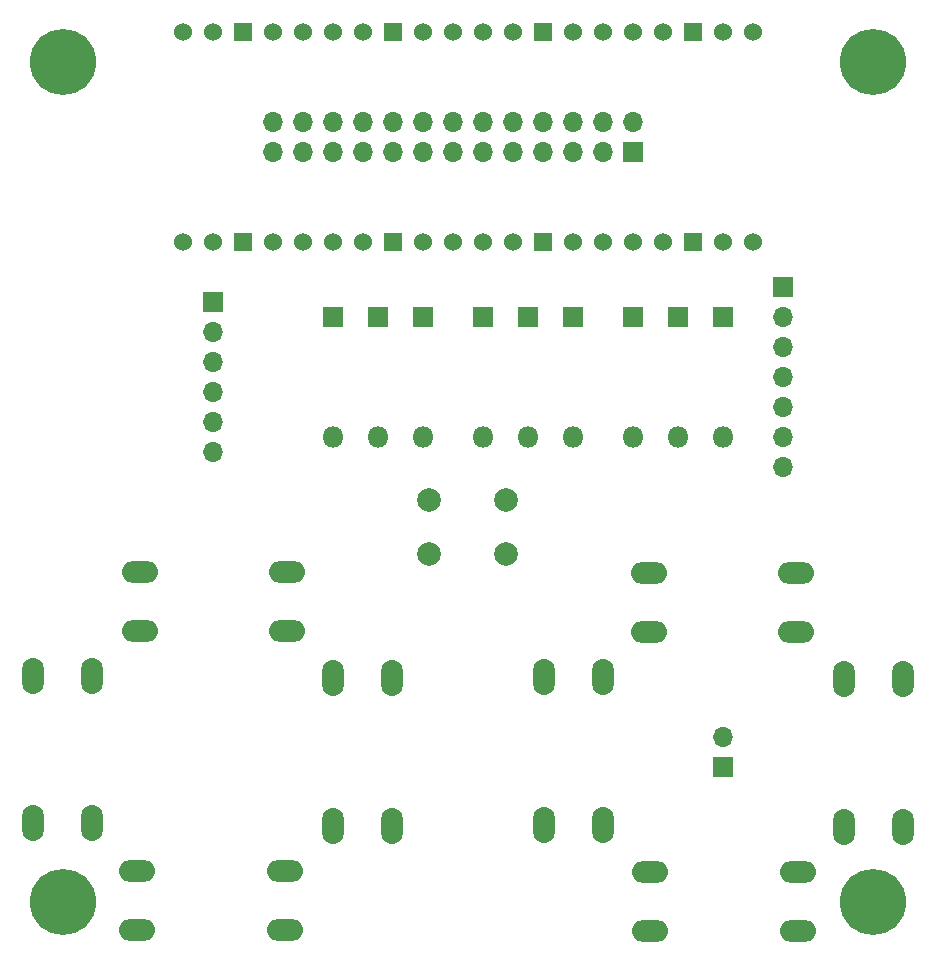
<source format=gbr>
%TF.GenerationSoftware,KiCad,Pcbnew,7.0.8*%
%TF.CreationDate,2023-10-15T22:57:13-07:00*%
%TF.ProjectId,HandheldInterface,48616e64-6865-46c6-9449-6e7465726661,rev?*%
%TF.SameCoordinates,Original*%
%TF.FileFunction,Soldermask,Bot*%
%TF.FilePolarity,Negative*%
%FSLAX46Y46*%
G04 Gerber Fmt 4.6, Leading zero omitted, Abs format (unit mm)*
G04 Created by KiCad (PCBNEW 7.0.8) date 2023-10-15 22:57:13*
%MOMM*%
%LPD*%
G01*
G04 APERTURE LIST*
%ADD10C,5.600000*%
%ADD11R,1.700000X1.700000*%
%ADD12O,1.700000X1.700000*%
%ADD13C,1.524000*%
%ADD14R,1.524000X1.524000*%
%ADD15O,1.850000X3.048000*%
%ADD16O,3.048000X1.850000*%
%ADD17C,2.000000*%
%ADD18R,1.800000X1.800000*%
%ADD19O,1.800000X1.800000*%
G04 APERTURE END LIST*
D10*
%TO.C,REF\u002A\u002A*%
X93980000Y-91440000D03*
%TD*%
%TO.C,REF\u002A\u002A*%
X25400000Y-91440000D03*
%TD*%
%TO.C,REF\u002A\u002A*%
X25400000Y-20320000D03*
%TD*%
%TO.C,REF\u002A\u002A*%
X93980000Y-20320000D03*
%TD*%
D11*
%TO.C,U3*%
X86360000Y-39370000D03*
D12*
X86360000Y-41910000D03*
X86360000Y-44450000D03*
X86360000Y-46990000D03*
X86360000Y-49530000D03*
X86360000Y-52070000D03*
X86360000Y-54610000D03*
%TD*%
%TO.C,U2*%
X38100000Y-53340000D03*
X38100000Y-50800000D03*
X38100000Y-48260000D03*
X38100000Y-45720000D03*
X38100000Y-43180000D03*
D11*
X38100000Y-40640000D03*
%TD*%
D13*
%TO.C,U1*%
X35560000Y-17780000D03*
X38100000Y-17780000D03*
D14*
X40640000Y-17780000D03*
D13*
X43180000Y-17780000D03*
X45720000Y-17780000D03*
X48260000Y-17780000D03*
X50800000Y-17780000D03*
D14*
X53340000Y-17780000D03*
D13*
X55880000Y-17780000D03*
X58420000Y-17780000D03*
X60960000Y-17780000D03*
X63500000Y-17780000D03*
D14*
X66040000Y-17780000D03*
D13*
X68580000Y-17780000D03*
X71120000Y-17780000D03*
X73660000Y-17780000D03*
X76200000Y-17780000D03*
D14*
X78740000Y-17780000D03*
D13*
X81280000Y-17780000D03*
X83820000Y-17780000D03*
X83820000Y-35560000D03*
X81280000Y-35560000D03*
D14*
X78740000Y-35560000D03*
D13*
X76200000Y-35560000D03*
X73660000Y-35560000D03*
X71120000Y-35560000D03*
X68580000Y-35560000D03*
D14*
X66040000Y-35560000D03*
D13*
X63500000Y-35560000D03*
X60960000Y-35560000D03*
X58420000Y-35560000D03*
X55880000Y-35560000D03*
D14*
X53340000Y-35560000D03*
D13*
X48260000Y-35560000D03*
X50800000Y-35560000D03*
X45720000Y-35560000D03*
X43180000Y-35560000D03*
D14*
X40640000Y-35560000D03*
D13*
X38100000Y-35560000D03*
X35560000Y-35560000D03*
%TD*%
D15*
%TO.C,SW9*%
X27900000Y-72280000D03*
X27900000Y-84780000D03*
X22900000Y-72280000D03*
X22900000Y-84780000D03*
%TD*%
D16*
%TO.C,SW8*%
X44410000Y-68470000D03*
X31910000Y-68470000D03*
X44410000Y-63470000D03*
X31910000Y-63470000D03*
%TD*%
%TO.C,SW7*%
X31710000Y-88790000D03*
X44210000Y-88790000D03*
X31710000Y-93790000D03*
X44210000Y-93790000D03*
%TD*%
D15*
%TO.C,SW6*%
X48300000Y-84980000D03*
X48300000Y-72480000D03*
X53300000Y-84980000D03*
X53300000Y-72480000D03*
%TD*%
D16*
%TO.C,SW5*%
X87520000Y-68540000D03*
X75020000Y-68540000D03*
X87520000Y-63540000D03*
X75020000Y-63540000D03*
%TD*%
D15*
%TO.C,SW4*%
X91520000Y-85090000D03*
X91520000Y-72590000D03*
X96520000Y-85090000D03*
X96520000Y-72590000D03*
%TD*%
D17*
%TO.C,SW3*%
X62940000Y-57440000D03*
X56440000Y-57440000D03*
X62940000Y-61940000D03*
X56440000Y-61940000D03*
%TD*%
D15*
%TO.C,SW2*%
X71120000Y-72390000D03*
X71120000Y-84890000D03*
X66120000Y-72390000D03*
X66120000Y-84890000D03*
%TD*%
D16*
%TO.C,SW1*%
X75130000Y-88900000D03*
X87630000Y-88900000D03*
X75130000Y-93900000D03*
X87630000Y-93900000D03*
%TD*%
D12*
%TO.C,J1*%
X43180000Y-25400000D03*
X43180000Y-27940000D03*
X45720000Y-25400000D03*
X45720000Y-27940000D03*
X48260000Y-25400000D03*
X48260000Y-27940000D03*
X50800000Y-25400000D03*
X50800000Y-27940000D03*
X53340000Y-25400000D03*
X53340000Y-27940000D03*
X55880000Y-25400000D03*
X55880000Y-27940000D03*
X58420000Y-25400000D03*
X58420000Y-27940000D03*
X60960000Y-25400000D03*
X60960000Y-27940000D03*
X63500000Y-25400000D03*
X63500000Y-27940000D03*
X66040000Y-25400000D03*
X66040000Y-27940000D03*
X68580000Y-25400000D03*
X68580000Y-27940000D03*
X71120000Y-25400000D03*
X71120000Y-27940000D03*
X73660000Y-25400000D03*
D11*
X73660000Y-27940000D03*
%TD*%
D12*
%TO.C,J2*%
X81280000Y-77470000D03*
D11*
X81280000Y-80010000D03*
%TD*%
D18*
%TO.C,D9*%
X48260000Y-41910000D03*
D19*
X48260000Y-52070000D03*
%TD*%
%TO.C,D8*%
X52070000Y-52070000D03*
D18*
X52070000Y-41910000D03*
%TD*%
%TO.C,D7*%
X55880000Y-41910000D03*
D19*
X55880000Y-52070000D03*
%TD*%
D18*
%TO.C,D6*%
X73660000Y-41910000D03*
D19*
X73660000Y-52070000D03*
%TD*%
D18*
%TO.C,D5*%
X77470000Y-41910000D03*
D19*
X77470000Y-52070000D03*
%TD*%
D18*
%TO.C,D4*%
X81280000Y-41910000D03*
D19*
X81280000Y-52070000D03*
%TD*%
D18*
%TO.C,D3*%
X60960000Y-41910000D03*
D19*
X60960000Y-52070000D03*
%TD*%
D18*
%TO.C,D2*%
X64770000Y-41910000D03*
D19*
X64770000Y-52070000D03*
%TD*%
D18*
%TO.C,D1*%
X68580000Y-41910000D03*
D19*
X68580000Y-52070000D03*
%TD*%
M02*

</source>
